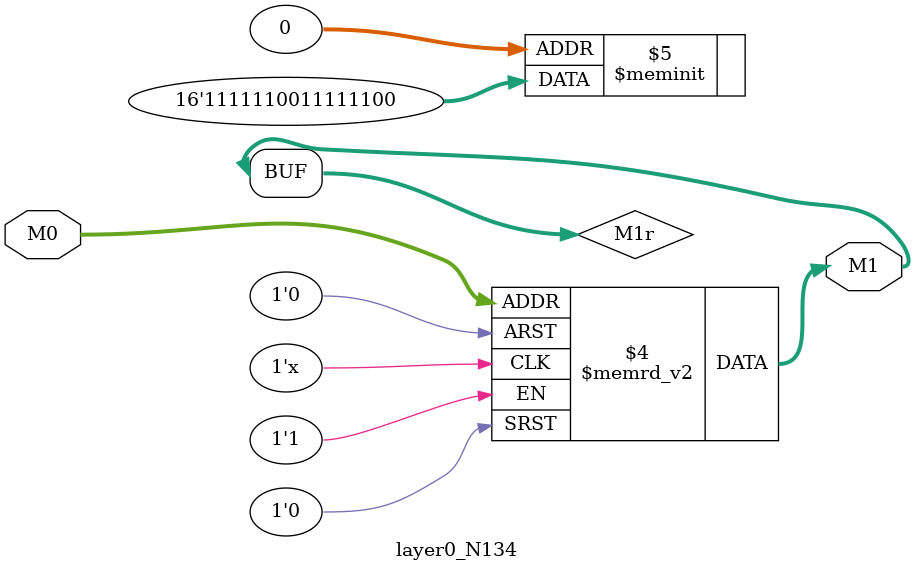
<source format=v>
module layer0_N134 ( input [2:0] M0, output [1:0] M1 );

	(*rom_style = "distributed" *) reg [1:0] M1r;
	assign M1 = M1r;
	always @ (M0) begin
		case (M0)
			3'b000: M1r = 2'b00;
			3'b100: M1r = 2'b00;
			3'b010: M1r = 2'b11;
			3'b110: M1r = 2'b11;
			3'b001: M1r = 2'b11;
			3'b101: M1r = 2'b11;
			3'b011: M1r = 2'b11;
			3'b111: M1r = 2'b11;

		endcase
	end
endmodule

</source>
